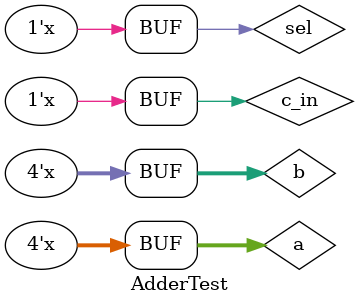
<source format=sv>
`timescale 1ns / 1ps


module AdderTest(

    );

    logic [3:0] a;
    logic [3:0] b;
    logic c_in;
    logic sel;

    logic [3:0] s;
    logic c_out;

    initial begin
	    a = 0;
	    b = 0;
	    c_in = 0;
	    sel = 0;
    end

    always begin
	    #1 b = b + 1;
	    #1 a = a + 1;
    end
    always begin
	    #32 c_in = ~c_in;
    end
    always begin
	    #48 sel = ~sel;
    end

    Adder adder_inst(
	    .a(a),
	    .b(b),
	    .c_in(c_in),
	    .sel(sel),
	    .s(s),
	    .c_out(c_out)
    );
endmodule

</source>
